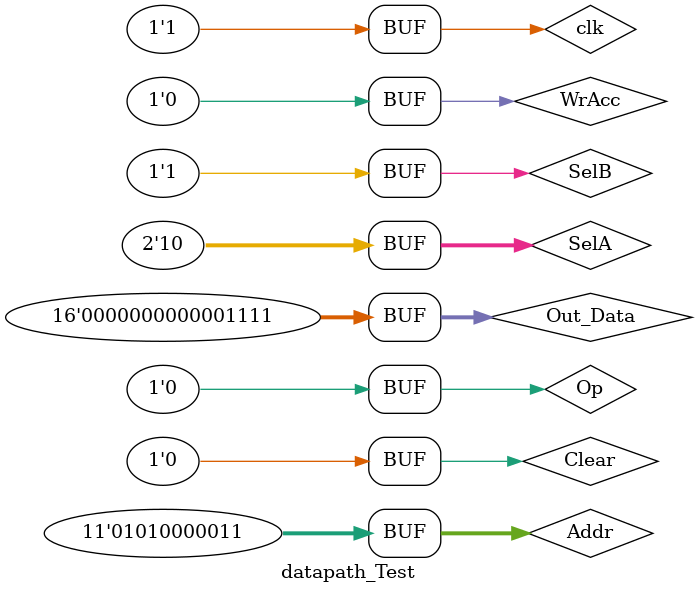
<source format=v>
`timescale 1ns / 1ps


module datapath_Test;

	// Inputs
	reg [1:0] SelA;
	reg SelB;
	reg WrAcc;
	reg Op;
	reg Clear;
	reg clk;
	reg [15:0] Out_Data;
	reg [10:0] Addr;

	// Outputs
	wire [15:0] In_Data;

	// Instantiate the Unit Under Test (UUT)
	datapath uut (
		.SelA(SelA), 
		.SelB(SelB), 
		.WrAcc(WrAcc), 
		.Op(Op), 
		.Clear(Clear), 
		.clk(clk), 
		.Out_Data(Out_Data), 
		.In_Data(In_Data), 
		.Addr(Addr)
	);

	initial begin
		// Initialize Inputs
		SelA = 0;
		SelB = 0;
		WrAcc = 0;
		Op = 0;
		Clear = 0;
		clk = 0;
		Out_Data = 0;
		Addr = 0;

		// Wait 100 ns for global reset to finish
		#100;
        
		// Add stimulus here
		
		//Primero testeamos que funcione el signal extension:
		Addr = 'b1010000011;
		#100;
		
		//Testeamos el multiplexor 3 in 1 out
		Out_Data = 'b0000000000001111;
		SelA = 1;
		#100;
		SelA = 2;
		#100;
		
		//Testeamos el multiplexor 2 in 1 out
		SelB = 1;
		#100;
		
		//Testeamos el acumulador
		WrAcc = 1;
		#300;
		WrAcc = 0;
		Clear = 1;
		#100;
		Clear = 0;
		#100;
		WrAcc = 1;
		#300;
		WrAcc = 0;

		
		//Testeamos la ALU
		Op = 1;
		#300;
		Op = 0;
		#300;
	end
	
	always 
		begin //clock de 100 Mhz como el de la placa
			clk = 1'b0;
			#(100/2) clk = 1'b1;
			#(100/2);
		end
      
endmodule


</source>
